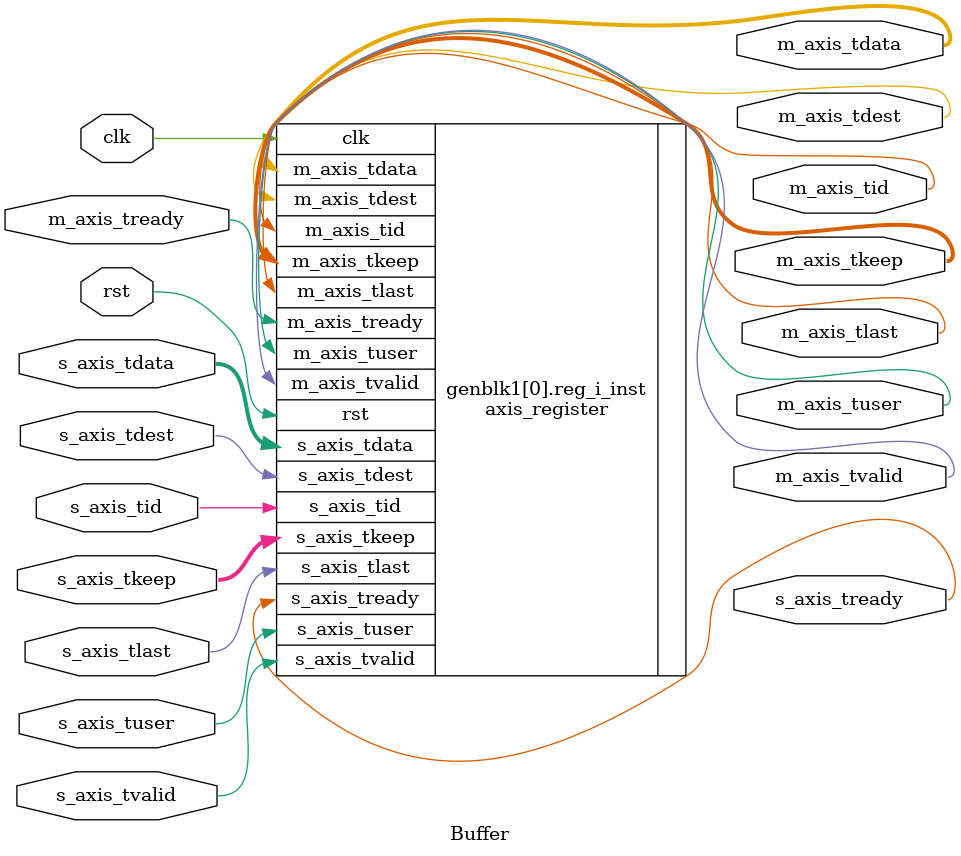
<source format=v>

`resetall
`timescale 1ns/1ps
`default_nettype none

module Buffer #(
  // Number of Independent AXI-Stream Channels
  parameter CHANNELS = 1,
  // Width of AXI stream Input interface in bits
  parameter DATA_WIDTH = 16,
  // Propagate tkeep signal
  parameter KEEP_ENABLE = (DATA_WIDTH > 8),
  // tkeep signal width (words per cycle)
  parameter KEEP_WIDTH = (KEEP_ENABLE) ? ((DATA_WIDTH + 7) / 8) : 1,
  // Propagate tlast signal
  parameter LAST_ENABLE = 1,
  // Propagate tid signal
  parameter ID_ENABLE = 0,
  // tid signal width
  parameter ID_WIDTH = (ID_ENABLE) ? 8 : 1,
  // Propagate tdest signal
  parameter DEST_ENABLE = 0,
  // tdest signal width
  parameter DEST_WIDTH = (DEST_ENABLE) ? 8 : 1,
  // Propagate tuser signal
  parameter USER_ENABLE = 0,
  // tuser signal width
  parameter USER_WIDTH = (USER_ENABLE) ? 8 : 1,
  // Register type
  // 0 to bypass, 1 for simple buffer, 2 for skid buffer
  parameter REG_TYPE = 2
) (
  input  wire                                 clk,
  input  wire                                 rst,
  /*
   * AXI Stream Data input
   */
  input  wire [CHANNELS*DATA_WIDTH-1:0]       s_axis_tdata,
  input  wire [CHANNELS*KEEP_WIDTH-1:0]       s_axis_tkeep,
  input  wire [CHANNELS-1:0]                  s_axis_tvalid,
  output wire [CHANNELS-1:0]                  s_axis_tready,
  input  wire [CHANNELS-1:0]                  s_axis_tlast,
  input  wire [CHANNELS*ID_WIDTH-1:0]         s_axis_tid,
  input  wire [CHANNELS*DEST_WIDTH-1:0]       s_axis_tdest,
  input  wire [CHANNELS*USER_WIDTH-1:0]       s_axis_tuser,

  /*
   * AXI Stream output
   */
  output wire [CHANNELS*DATA_WIDTH-1:0]       m_axis_tdata,
  output wire [CHANNELS*KEEP_WIDTH-1:0]       m_axis_tkeep,
  output wire [CHANNELS-1:0]                  m_axis_tvalid,
  input  wire [CHANNELS-1:0]                  m_axis_tready,
  output wire [CHANNELS-1:0]                  m_axis_tlast,
  output wire [CHANNELS*ID_WIDTH-1:0]         m_axis_tid,
  output wire [CHANNELS*DEST_WIDTH-1:0]       m_axis_tdest,
  output wire [CHANNELS*USER_WIDTH-1:0]       m_axis_tuser
);

generate
  genvar CHN;
  for (CHN = 0; CHN < CHANNELS; CHN = CHN + 1) begin
    axis_register #(
      .DATA_WIDTH     (DATA_WIDTH),
      .KEEP_ENABLE    (KEEP_ENABLE),
      .KEEP_WIDTH     (KEEP_WIDTH),
      .LAST_ENABLE    (LAST_ENABLE),
      .ID_ENABLE      (ID_ENABLE),
      .ID_WIDTH       (ID_WIDTH),
      .DEST_ENABLE    (DEST_ENABLE),
      .DEST_WIDTH     (DEST_WIDTH),
      .USER_ENABLE    (USER_ENABLE),
      .USER_WIDTH     (USER_WIDTH),
      .REG_TYPE       (REG_TYPE)
    ) reg_i_inst (
      .clk            (clk),
      .rst            (rst),
      .s_axis_tdata   (s_axis_tdata     [CHN*DATA_WIDTH +: DATA_WIDTH]),
      .s_axis_tkeep   (s_axis_tkeep     [CHN*KEEP_WIDTH +: KEEP_WIDTH]),
      .s_axis_tvalid  (s_axis_tvalid    [CHN]),
      .s_axis_tready  (s_axis_tready    [CHN]),
      .s_axis_tlast   (s_axis_tlast     [CHN]),
      .s_axis_tid     (s_axis_tid       [CHN*ID_WIDTH   +: ID_WIDTH]),
      .s_axis_tdest   (s_axis_tdest     [CHN*DEST_WIDTH +: DEST_WIDTH]),
      .s_axis_tuser   (s_axis_tuser     [CHN*USER_WIDTH +: USER_WIDTH]),
      .m_axis_tdata   (m_axis_tdata     [CHN*DATA_WIDTH +: DATA_WIDTH]),
      .m_axis_tkeep   (m_axis_tkeep     [CHN*KEEP_WIDTH +: KEEP_WIDTH]),
      .m_axis_tvalid  (m_axis_tvalid    [CHN]),
      .m_axis_tready  (m_axis_tready    [CHN]),
      .m_axis_tlast   (m_axis_tlast     [CHN]),
      .m_axis_tid     (m_axis_tid       [CHN*ID_WIDTH   +: ID_WIDTH]),
      .m_axis_tdest   (m_axis_tdest     [CHN*DEST_WIDTH +: DEST_WIDTH]),
      .m_axis_tuser   (m_axis_tuser     [CHN*USER_WIDTH +: USER_WIDTH])
    );
  end
endgenerate

endmodule

`resetall

</source>
